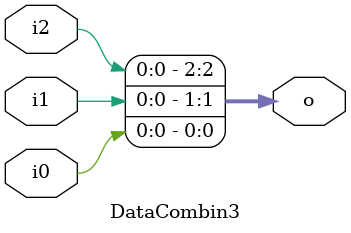
<source format=v>
`timescale 1ns / 1ps


module DataCombin3(i0, i1, i2, o);

	parameter data_width = 1;

	input[data_width - 1 : 0] i0, i1, i2;
	output[3 * data_width - 1 : 0] o;

	assign o = {i2, i1, i0};

endmodule
</source>
